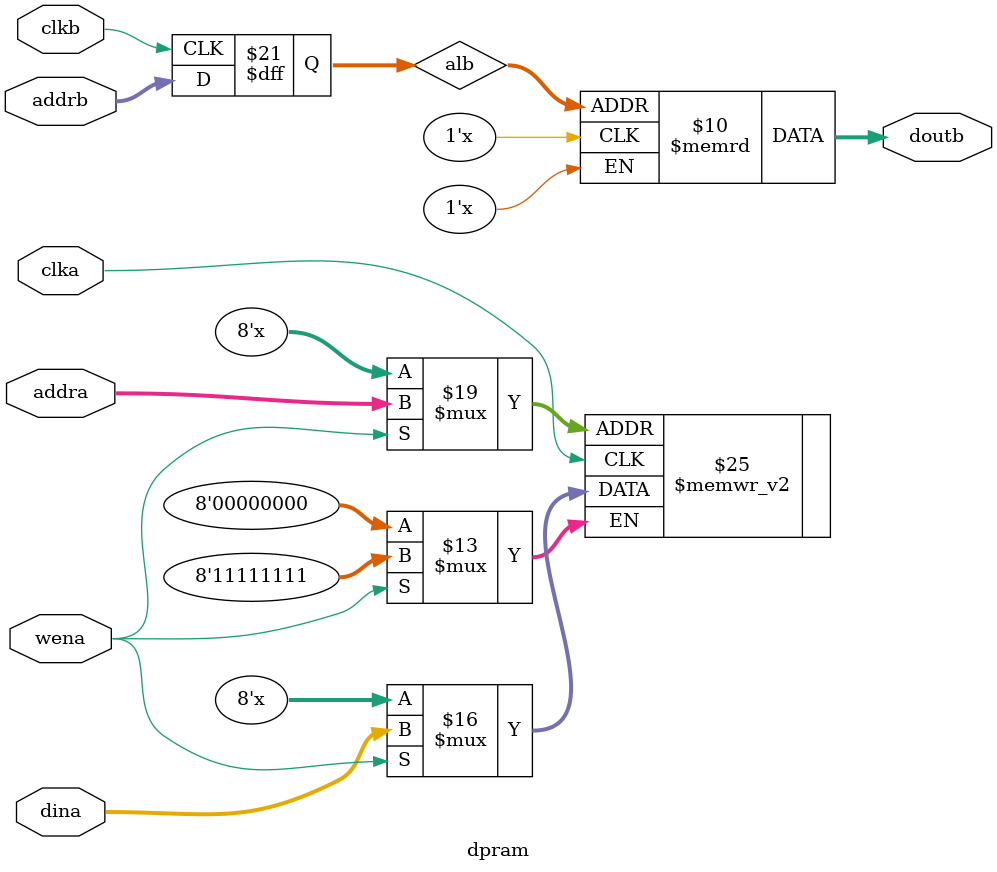
<source format=v>
module dpram #(
	parameter aw=8,
	parameter dw=8
) (input clka, clkb, wena,
	input [aw-1:0] addra, addrb,
	input [dw-1:0] dina,
	output [dw-1:0] doutb
);
// minimalist dual-port RAM model, hope most tools can synthesize it
localparam sz=(32'b1<<aw)-1;
reg [dw-1:0] mem[sz:0];
reg [aw-1:0] alb=0;
always @(posedge clka) if (wena) mem[addra] <= dina;
always @(posedge clkb) alb <= addrb;
assign doutb = mem[alb];
endmodule

</source>
